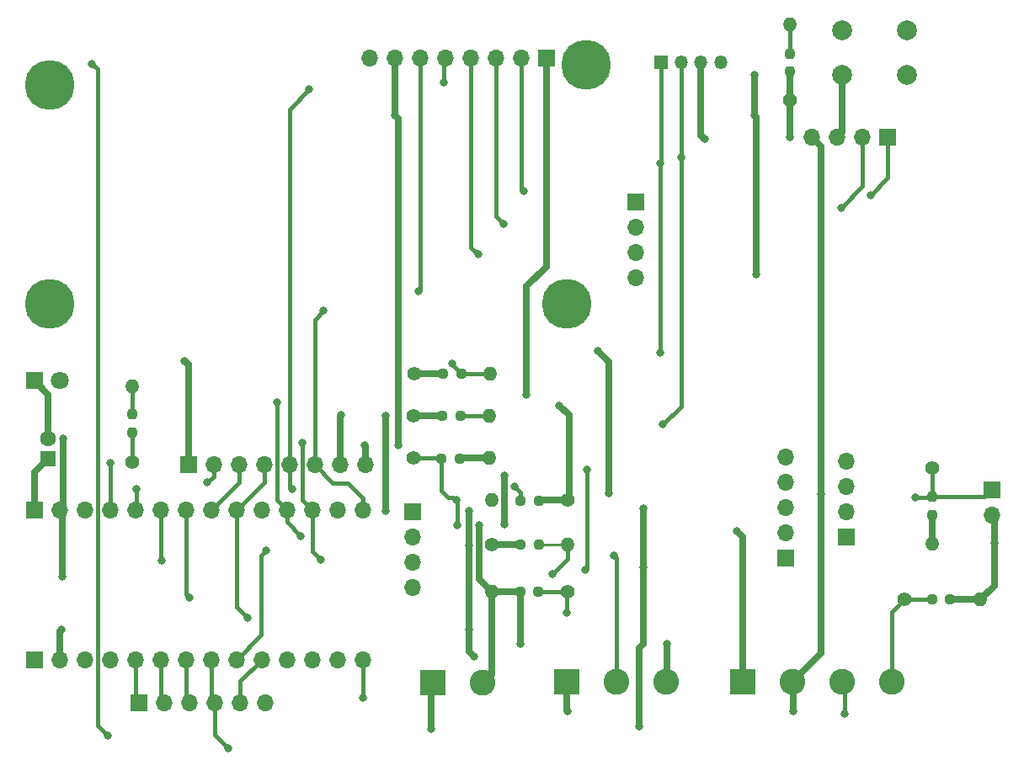
<source format=gbr>
%TF.GenerationSoftware,KiCad,Pcbnew,8.0.6-8.0.6-0~ubuntu24.04.1*%
%TF.CreationDate,2025-03-25T09:16:12-04:00*%
%TF.ProjectId,mesh-depth,6d657368-2d64-4657-9074-682e6b696361,rev?*%
%TF.SameCoordinates,Original*%
%TF.FileFunction,Copper,L1,Top*%
%TF.FilePolarity,Positive*%
%FSLAX46Y46*%
G04 Gerber Fmt 4.6, Leading zero omitted, Abs format (unit mm)*
G04 Created by KiCad (PCBNEW 8.0.6-8.0.6-0~ubuntu24.04.1) date 2025-03-25 09:16:12*
%MOMM*%
%LPD*%
G01*
G04 APERTURE LIST*
G04 Aperture macros list*
%AMRoundRect*
0 Rectangle with rounded corners*
0 $1 Rounding radius*
0 $2 $3 $4 $5 $6 $7 $8 $9 X,Y pos of 4 corners*
0 Add a 4 corners polygon primitive as box body*
4,1,4,$2,$3,$4,$5,$6,$7,$8,$9,$2,$3,0*
0 Add four circle primitives for the rounded corners*
1,1,$1+$1,$2,$3*
1,1,$1+$1,$4,$5*
1,1,$1+$1,$6,$7*
1,1,$1+$1,$8,$9*
0 Add four rect primitives between the rounded corners*
20,1,$1+$1,$2,$3,$4,$5,0*
20,1,$1+$1,$4,$5,$6,$7,0*
20,1,$1+$1,$6,$7,$8,$9,0*
20,1,$1+$1,$8,$9,$2,$3,0*%
G04 Aperture macros list end*
%TA.AperFunction,ComponentPad*%
%ADD10R,2.600000X2.600000*%
%TD*%
%TA.AperFunction,ComponentPad*%
%ADD11C,2.600000*%
%TD*%
%TA.AperFunction,ComponentPad*%
%ADD12O,1.350000X1.350000*%
%TD*%
%TA.AperFunction,ComponentPad*%
%ADD13R,1.350000X1.350000*%
%TD*%
%TA.AperFunction,ComponentPad*%
%ADD14O,1.700000X1.700000*%
%TD*%
%TA.AperFunction,ComponentPad*%
%ADD15R,1.700000X1.700000*%
%TD*%
%TA.AperFunction,ComponentPad*%
%ADD16C,1.400000*%
%TD*%
%TA.AperFunction,ComponentPad*%
%ADD17O,1.400000X1.400000*%
%TD*%
%TA.AperFunction,ComponentPad*%
%ADD18R,1.800000X1.800000*%
%TD*%
%TA.AperFunction,ComponentPad*%
%ADD19C,1.800000*%
%TD*%
%TA.AperFunction,ComponentPad*%
%ADD20C,2.000000*%
%TD*%
%TA.AperFunction,SMDPad,CuDef*%
%ADD21RoundRect,0.237500X0.250000X0.237500X-0.250000X0.237500X-0.250000X-0.237500X0.250000X-0.237500X0*%
%TD*%
%TA.AperFunction,ComponentPad*%
%ADD22R,1.600000X1.600000*%
%TD*%
%TA.AperFunction,ComponentPad*%
%ADD23C,1.600000*%
%TD*%
%TA.AperFunction,SMDPad,CuDef*%
%ADD24RoundRect,0.237500X0.237500X-0.250000X0.237500X0.250000X-0.237500X0.250000X-0.237500X-0.250000X0*%
%TD*%
%TA.AperFunction,SMDPad,CuDef*%
%ADD25RoundRect,0.237500X-0.250000X-0.237500X0.250000X-0.237500X0.250000X0.237500X-0.250000X0.237500X0*%
%TD*%
%TA.AperFunction,SMDPad,CuDef*%
%ADD26RoundRect,0.237500X-0.237500X0.250000X-0.237500X-0.250000X0.237500X-0.250000X0.237500X0.250000X0*%
%TD*%
%TA.AperFunction,ComponentPad*%
%ADD27C,5.000000*%
%TD*%
%TA.AperFunction,ViaPad*%
%ADD28C,0.800000*%
%TD*%
%TA.AperFunction,Conductor*%
%ADD29C,0.700000*%
%TD*%
%TA.AperFunction,Conductor*%
%ADD30C,0.400000*%
%TD*%
%TA.AperFunction,Conductor*%
%ADD31C,0.250000*%
%TD*%
G04 APERTURE END LIST*
D10*
%TO.P,J2,1,Pin_1*%
%TO.N,MESH_BAT*%
X45600000Y-65400000D03*
D11*
%TO.P,J2,2,Pin_2*%
%TO.N,GND*%
X50600000Y-65400000D03*
%TD*%
D12*
%TO.P,U2,1,GND*%
%TO.N,GND*%
X74500000Y-3000000D03*
%TO.P,U2,2,VCC*%
%TO.N,+3V3*%
X72500000Y-3000000D03*
%TO.P,U2,3,SDA*%
%TO.N,SDA*%
X70500000Y-3000000D03*
D13*
%TO.P,U2,4,SCL*%
%TO.N,SCL*%
X68500000Y-3000000D03*
%TD*%
D14*
%TO.P,J10,1,Pin_1*%
%TO.N,+3V3*%
X83690000Y-10500000D03*
%TO.P,J10,2,Pin_2*%
%TO.N,GND*%
X86230000Y-10500000D03*
%TO.P,J10,3,Pin_3*%
%TO.N,SCL*%
X88770000Y-10500000D03*
D15*
%TO.P,J10,4,Pin_4*%
%TO.N,SDA*%
X91310000Y-10500000D03*
%TD*%
%TO.P,U1,1,VDD*%
%TO.N,MESH_BAT*%
X81050000Y-52800000D03*
D14*
%TO.P,U1,2,GND*%
%TO.N,GND*%
X81050000Y-50260000D03*
%TO.P,U1,3,DELAY*%
%TO.N,Net-(J3-Pin_2)*%
X81050000Y-47720000D03*
%TO.P,U1,4,DRIVE*%
%TO.N,V_TIMER*%
X81050000Y-45180000D03*
%TO.P,U1,5,DONE*%
%TO.N,DONE*%
X81050000Y-42640000D03*
%TD*%
D16*
%TO.P,R19,1*%
%TO.N,DONE*%
X59120000Y-56250000D03*
D17*
%TO.P,R19,2*%
%TO.N,GND*%
X51500000Y-56250000D03*
%TD*%
D18*
%TO.P,D1,1,K*%
%TO.N,GND*%
X5500000Y-35000000D03*
D19*
%TO.P,D1,2,A*%
%TO.N,Net-(D1-A)*%
X8040000Y-35000000D03*
%TD*%
D16*
%TO.P,R6,1*%
%TO.N,+3V3*%
X51500000Y-51500000D03*
D17*
%TO.P,R6,2*%
%TO.N,ONEWIRE*%
X59120000Y-51500000D03*
%TD*%
D20*
%TO.P,SW1,1,1*%
%TO.N,BUTTON*%
X86750000Y250000D03*
X93250000Y250000D03*
%TO.P,SW1,2,2*%
%TO.N,GND*%
X86750000Y-4250000D03*
X93250000Y-4250000D03*
%TD*%
D21*
%TO.P,R14,1*%
%TO.N,MESH_BAT*%
X56222500Y-47050000D03*
%TO.P,R14,2*%
%TO.N,BATT_MEASURE*%
X54397500Y-47050000D03*
%TD*%
D10*
%TO.P,J1,1,Pin_1*%
%TO.N,+3V3*%
X59000000Y-65250000D03*
D11*
%TO.P,J1,2,Pin_2*%
%TO.N,ONEWIRE*%
X64000000Y-65250000D03*
%TO.P,J1,3,Pin_3*%
%TO.N,GND*%
X69000000Y-65250000D03*
%TD*%
D22*
%TO.P,C2,1*%
%TO.N,V_TIMER*%
X6900000Y-42800000D03*
D23*
%TO.P,C2,2*%
%TO.N,GND*%
X6900000Y-40800000D03*
%TD*%
D21*
%TO.P,R20,1*%
%TO.N,DONE*%
X56182500Y-56250000D03*
%TO.P,R20,2*%
%TO.N,GND*%
X54357500Y-56250000D03*
%TD*%
D17*
%TO.P,R17,2*%
%TO.N,GND*%
X100620000Y-57000000D03*
D16*
%TO.P,R17,1*%
%TO.N,DEPTH_PULL*%
X93000000Y-57000000D03*
%TD*%
D24*
%TO.P,R3,1*%
%TO.N,+3V3*%
X81500000Y-3912500D03*
%TO.P,R3,2*%
%TO.N,BUTTON*%
X81500000Y-2087500D03*
%TD*%
D16*
%TO.P,R13,1*%
%TO.N,MESH_BAT*%
X59120000Y-47000000D03*
D17*
%TO.P,R13,2*%
%TO.N,BATT_MEASURE*%
X51500000Y-47000000D03*
%TD*%
D25*
%TO.P,R18,2*%
%TO.N,GND*%
X97575000Y-57000000D03*
%TO.P,R18,1*%
%TO.N,DEPTH_PULL*%
X95750000Y-57000000D03*
%TD*%
D15*
%TO.P,J6,1,Pin_1*%
%TO.N,Net-(J3-Pin_2)*%
X101750000Y-45960000D03*
D14*
%TO.P,J6,2,Pin_2*%
%TO.N,GND*%
X101750000Y-48500000D03*
%TD*%
%TO.P,J3,4,Pin_4*%
%TO.N,DONE*%
X87110000Y-43130000D03*
%TO.P,J3,3,Pin_3*%
%TO.N,+3V3*%
X87110000Y-45670000D03*
%TO.P,J3,2,Pin_2*%
%TO.N,Net-(J3-Pin_2)*%
X87110000Y-48210000D03*
D15*
%TO.P,J3,1,Pin_1*%
%TO.N,GND*%
X87110000Y-50750000D03*
%TD*%
%TO.P,J8,1,Pin_1*%
%TO.N,+3V3*%
X43500000Y-48130000D03*
D14*
%TO.P,J8,2,Pin_2*%
%TO.N,SCL*%
X43500000Y-50670000D03*
%TO.P,J8,3,Pin_3*%
%TO.N,SDA*%
X43500000Y-53210000D03*
%TO.P,J8,4,Pin_4*%
%TO.N,GND*%
X43500000Y-55750000D03*
%TD*%
D16*
%TO.P,R7,1*%
%TO.N,LED*%
X15300000Y-43200000D03*
D17*
%TO.P,R7,2*%
%TO.N,Net-(D1-A)*%
X15300000Y-35580000D03*
%TD*%
D26*
%TO.P,R1,1*%
%TO.N,Net-(J3-Pin_2)*%
X95750000Y-46647500D03*
%TO.P,R1,2*%
%TO.N,GND*%
X95750000Y-48472500D03*
%TD*%
D16*
%TO.P,R12,1*%
%TO.N,+3V3*%
X43665000Y-34250000D03*
D17*
%TO.P,R12,2*%
%TO.N,SCL*%
X51285000Y-34250000D03*
%TD*%
D25*
%TO.P,R16,1*%
%TO.N,BATT_MEASURE*%
X46417500Y-42800000D03*
%TO.P,R16,2*%
%TO.N,GND*%
X48242500Y-42800000D03*
%TD*%
D15*
%TO.P,A2,1,RESET*%
%TO.N,unconnected-(A2-RESET-Pad1)*%
X5480000Y-63035000D03*
D14*
%TO.P,A2,2,3V*%
%TO.N,+3V3*%
X8020000Y-63035000D03*
%TO.P,A2,3,EN*%
%TO.N,unconnected-(A2-EN-Pad3)*%
X10560000Y-63035000D03*
%TO.P,A2,4,VHI*%
%TO.N,VHI*%
X13100000Y-63035000D03*
%TO.P,A2,5,A0*%
%TO.N,A0*%
X15640000Y-63035000D03*
%TO.P,A2,6,A1*%
%TO.N,A1*%
X18180000Y-63035000D03*
%TO.P,A2,7,A2*%
%TO.N,A2*%
X20720000Y-63035000D03*
%TO.P,A2,8,A3*%
%TO.N,DEPTH_TX*%
X23260000Y-63035000D03*
%TO.P,A2,9,A4*%
%TO.N,BATT_MEASURE*%
X25800000Y-63035000D03*
%TO.P,A2,10,A5*%
%TO.N,BUTTON*%
X28340000Y-63035000D03*
%TO.P,A2,11,SCK*%
%TO.N,SCK*%
X30880000Y-63035000D03*
%TO.P,A2,12,M0*%
%TO.N,MOSI*%
X33420000Y-63035000D03*
%TO.P,A2,13,MI*%
%TO.N,MISO*%
X35960000Y-63035000D03*
%TO.P,A2,14,D2*%
%TO.N,D2*%
X38500000Y-63035000D03*
%TO.P,A2,15,RX*%
%TO.N,MESH_RX*%
X38530000Y-48000000D03*
%TO.P,A2,16,TX*%
%TO.N,MESH_TX*%
X35990000Y-48000000D03*
%TO.P,A2,17,SDA*%
%TO.N,SDA*%
X33450000Y-48000000D03*
%TO.P,A2,18,SCL*%
%TO.N,SCL*%
X30910000Y-48000000D03*
%TO.P,A2,19,5!*%
%TO.N,unconnected-(A2-5!-Pad19)*%
X28370000Y-48000000D03*
%TO.P,A2,20,7*%
%TO.N,DONE*%
X25830000Y-48000000D03*
%TO.P,A2,21,9*%
%TO.N,D9*%
X23290000Y-48000000D03*
%TO.P,A2,22,10*%
%TO.N,DEPTH_PULL*%
X20750000Y-48000000D03*
%TO.P,A2,23,11*%
%TO.N,ONEWIRE*%
X18210000Y-48000000D03*
%TO.P,A2,24,12*%
%TO.N,D12*%
X15670000Y-48000000D03*
%TO.P,A2,25,13*%
%TO.N,LED*%
X13130000Y-48000000D03*
%TO.P,A2,26,USB*%
%TO.N,unconnected-(A2-USB-Pad26)*%
X10590000Y-48000000D03*
%TO.P,A2,27,GND*%
%TO.N,GND*%
X8050000Y-48000000D03*
D15*
%TO.P,A2,28,BAT*%
%TO.N,V_TIMER*%
X5510000Y-48000000D03*
%TD*%
D16*
%TO.P,R2,1*%
%TO.N,Net-(J3-Pin_2)*%
X95750000Y-43750000D03*
D17*
%TO.P,R2,2*%
%TO.N,GND*%
X95750000Y-51370000D03*
%TD*%
D25*
%TO.P,R5,1*%
%TO.N,+3V3*%
X54397500Y-51500000D03*
%TO.P,R5,2*%
%TO.N,ONEWIRE*%
X56222500Y-51500000D03*
%TD*%
D10*
%TO.P,J7,1,Pin_1*%
%TO.N,GND*%
X76750000Y-65250000D03*
D11*
%TO.P,J7,2,Pin_2*%
%TO.N,+3V3*%
X81750000Y-65250000D03*
%TO.P,J7,3,Pin_3*%
%TO.N,DEPTH_TX*%
X86750000Y-65250000D03*
%TO.P,J7,4,Pin_4*%
%TO.N,DEPTH_PULL*%
X91750000Y-65250000D03*
%TD*%
D16*
%TO.P,R9,1*%
%TO.N,+3V3*%
X43640000Y-38500000D03*
D17*
%TO.P,R9,2*%
%TO.N,SDA*%
X51260000Y-38500000D03*
%TD*%
D25*
%TO.P,R10,1*%
%TO.N,+3V3*%
X46537500Y-38500000D03*
%TO.P,R10,2*%
%TO.N,SDA*%
X48362500Y-38500000D03*
%TD*%
D15*
%TO.P,U3,1,BAT*%
%TO.N,MESH_BAT*%
X57000000Y-2550000D03*
D14*
%TO.P,U3,2,IO2*%
%TO.N,IO2*%
X54460000Y-2550000D03*
%TO.P,U3,3,IO1*%
%TO.N,IO1*%
X51920000Y-2550000D03*
%TO.P,U3,4,AIN1*%
%TO.N,AIN1*%
X49380000Y-2550000D03*
%TO.P,U3,5,RX1*%
%TO.N,MESH_TX*%
X46840000Y-2550000D03*
%TO.P,U3,6,TX1*%
%TO.N,MESH_RX*%
X44300000Y-2550000D03*
%TO.P,U3,7,GND*%
%TO.N,GND*%
X41760000Y-2550000D03*
%TO.P,U3,8,BOOT0*%
%TO.N,unconnected-(U3-BOOT0-Pad8)*%
X39220000Y-2550000D03*
D27*
%TO.P,U3,9*%
%TO.N,N/C*%
X61000000Y-3250000D03*
X7000000Y-5250000D03*
X59000000Y-27250000D03*
X7000000Y-27250000D03*
%TD*%
D15*
%TO.P,J4,1,Pin_1*%
%TO.N,IO2*%
X66000000Y-17000000D03*
D14*
%TO.P,J4,2,Pin_2*%
%TO.N,IO1*%
X66000000Y-19540000D03*
%TO.P,J4,3,Pin_3*%
%TO.N,AIN1*%
X66000000Y-22080000D03*
%TO.P,J4,4,Pin_4*%
%TO.N,GND*%
X66000000Y-24620000D03*
%TD*%
D24*
%TO.P,R8,1*%
%TO.N,LED*%
X15300000Y-40200000D03*
%TO.P,R8,2*%
%TO.N,Net-(D1-A)*%
X15300000Y-38375000D03*
%TD*%
D25*
%TO.P,R11,1*%
%TO.N,+3V3*%
X46597500Y-34250000D03*
%TO.P,R11,2*%
%TO.N,SCL*%
X48422500Y-34250000D03*
%TD*%
D16*
%TO.P,R4,1*%
%TO.N,+3V3*%
X81500000Y-6810000D03*
D17*
%TO.P,R4,2*%
%TO.N,BUTTON*%
X81500000Y810000D03*
%TD*%
D15*
%TO.P,J5,1,Pin_1*%
%TO.N,A0*%
X16000000Y-67400000D03*
D14*
%TO.P,J5,2,Pin_2*%
%TO.N,A1*%
X18540000Y-67400000D03*
%TO.P,J5,3,Pin_3*%
%TO.N,A2*%
X21080000Y-67400000D03*
%TO.P,J5,4,Pin_4*%
%TO.N,DEPTH_TX*%
X23620000Y-67400000D03*
%TO.P,J5,5,Pin_5*%
%TO.N,BUTTON*%
X26160000Y-67400000D03*
%TO.P,J5,6,Pin_6*%
%TO.N,D2*%
X28700000Y-67400000D03*
%TD*%
D15*
%TO.P,J9,1,Pin_1*%
%TO.N,V_TIMER*%
X20970000Y-43465000D03*
D14*
%TO.P,J9,2,Pin_2*%
%TO.N,D12*%
X23510000Y-43465000D03*
%TO.P,J9,3,Pin_3*%
%TO.N,D9*%
X26050000Y-43465000D03*
%TO.P,J9,4,Pin_4*%
%TO.N,DONE*%
X28590000Y-43465000D03*
%TO.P,J9,5,Pin_5*%
%TO.N,MESH_TX*%
X31130000Y-43465000D03*
%TO.P,J9,6,Pin_6*%
%TO.N,MESH_RX*%
X33670000Y-43465000D03*
%TO.P,J9,7,Pin_7*%
%TO.N,+3V3*%
X36210000Y-43465000D03*
%TO.P,J9,8,Pin_8*%
%TO.N,GND*%
X38750000Y-43465000D03*
%TD*%
D16*
%TO.P,R15,1*%
%TO.N,BATT_MEASURE*%
X43630000Y-42750000D03*
D17*
%TO.P,R15,2*%
%TO.N,GND*%
X51250000Y-42750000D03*
%TD*%
D28*
%TO.N,BATT_MEASURE*%
X53800000Y-45600000D03*
%TO.N,SCL*%
X86600000Y-17600000D03*
X68400000Y-13100000D03*
%TO.N,GND*%
X8300000Y-54700000D03*
%TO.N,SDA*%
X89600000Y-16300000D03*
X70500000Y-12500000D03*
%TO.N,SCL*%
X68400000Y-32200000D03*
%TO.N,IO2*%
X54700000Y-15900000D03*
%TO.N,IO1*%
X52700000Y-19200000D03*
%TO.N,AIN1*%
X50100000Y-22300000D03*
%TO.N,ONEWIRE*%
X18300000Y-53100000D03*
%TO.N,BATT_MEASURE*%
X28800000Y-52100000D03*
%TO.N,ONEWIRE*%
X57600000Y-54400000D03*
%TO.N,MESH_TX*%
X31400000Y-45900000D03*
%TO.N,SDA*%
X32400000Y-41200000D03*
%TO.N,SCL*%
X29900000Y-37200000D03*
X47500000Y-33300000D03*
%TO.N,ONEWIRE*%
X63800000Y-52600000D03*
%TO.N,+3V3*%
X49700000Y-62700000D03*
%TO.N,Net-(J3-Pin_2)*%
X94100000Y-46700000D03*
%TO.N,+3V3*%
X84600000Y-46400000D03*
%TO.N,DEPTH_TX*%
X87000000Y-68500000D03*
X25000000Y-72000000D03*
%TO.N,D2*%
X38500000Y-66900000D03*
%TO.N,BUTTON*%
X11300000Y-3100000D03*
X12900000Y-70700000D03*
%TO.N,BATT_MEASURE*%
X48000000Y-49500000D03*
X47900000Y-47000000D03*
%TO.N,MESH_BAT*%
X55000000Y-36400000D03*
X58300000Y-37500000D03*
%TO.N,GND*%
X52800000Y-44500000D03*
X50200000Y-49500000D03*
X52800000Y-49400000D03*
%TO.N,SDA*%
X68700000Y-39400000D03*
%TO.N,MESH_RX*%
X34600000Y-27900000D03*
X44100000Y-26000000D03*
%TO.N,MESH_TX*%
X46700000Y-5000000D03*
X33100000Y-5700000D03*
%TO.N,DEPTH_PULL*%
X21100000Y-56800000D03*
%TO.N,DONE*%
X59000000Y-58300000D03*
X26900000Y-58800000D03*
X60900000Y-54000000D03*
X61100000Y-43900000D03*
%TO.N,V_TIMER*%
X20600000Y-33000000D03*
X62200000Y-32000000D03*
X63300000Y-46300000D03*
%TO.N,SDA*%
X34300000Y-53000000D03*
%TO.N,SCL*%
X32300000Y-50600000D03*
%TO.N,GND*%
X42100000Y-41500000D03*
%TO.N,+3V3*%
X40800000Y-48100000D03*
X40800000Y-38500000D03*
%TO.N,D12*%
X15800000Y-45900000D03*
X22900000Y-45200000D03*
%TO.N,LED*%
X13100000Y-43300000D03*
%TO.N,+3V3*%
X49200000Y-60000000D03*
X8200000Y-60000000D03*
X49200000Y-51600000D03*
X49200000Y-48100000D03*
%TO.N,GND*%
X8400000Y-40800000D03*
X78100000Y-24300000D03*
X77900000Y-8300000D03*
X41760000Y-8300000D03*
X77900000Y-4250000D03*
%TO.N,+3V3*%
X81500000Y-10500000D03*
X72900000Y-10700000D03*
%TO.N,GND*%
X38700000Y-41500000D03*
%TO.N,+3V3*%
X36300000Y-38400000D03*
%TO.N,GND*%
X102000000Y-51300000D03*
%TO.N,+3V3*%
X81800000Y-68200000D03*
X59100000Y-68200000D03*
%TO.N,GND*%
X76100000Y-50100000D03*
X69100000Y-61500000D03*
X54400000Y-61500000D03*
%TO.N,MESH_BAT*%
X66750000Y-53800000D03*
X45400000Y-70000000D03*
X66300000Y-69800000D03*
X66750000Y-47800000D03*
%TD*%
D29*
%TO.N,GND*%
X54357500Y-56250000D02*
X51500000Y-56250000D01*
D30*
%TO.N,BATT_MEASURE*%
X54397500Y-46197500D02*
X53800000Y-45600000D01*
X54397500Y-47050000D02*
X54397500Y-46197500D01*
%TO.N,SCL*%
X68400000Y-13100000D02*
X68500000Y-13000000D01*
X68500000Y-13000000D02*
X68500000Y-3000000D01*
X88770000Y-10500000D02*
X88770000Y-15430000D01*
X88770000Y-15430000D02*
X86600000Y-17600000D01*
X68400000Y-32200000D02*
X68400000Y-13100000D01*
%TO.N,BUTTON*%
X81500000Y810000D02*
X81500000Y-2087500D01*
D29*
%TO.N,GND*%
X8300000Y-54700000D02*
X8300000Y-48250000D01*
X8300000Y-48250000D02*
X8050000Y-48000000D01*
D30*
%TO.N,SDA*%
X91310000Y-14590000D02*
X89600000Y-16300000D01*
X91310000Y-10500000D02*
X91310000Y-14590000D01*
X70500000Y-12500000D02*
X70500000Y-37600000D01*
X70500000Y-3000000D02*
X70500000Y-12500000D01*
%TO.N,IO2*%
X54700000Y-15900000D02*
X54460000Y-15660000D01*
X54460000Y-15660000D02*
X54460000Y-2550000D01*
%TO.N,IO1*%
X51920000Y-18420000D02*
X52700000Y-19200000D01*
X51920000Y-2550000D02*
X51920000Y-18420000D01*
%TO.N,AIN1*%
X49380000Y-21580000D02*
X50100000Y-22300000D01*
X49380000Y-2550000D02*
X49380000Y-21580000D01*
%TO.N,ONEWIRE*%
X18300000Y-53100000D02*
X18210000Y-53010000D01*
X18210000Y-53010000D02*
X18210000Y-48000000D01*
%TO.N,BATT_MEASURE*%
X28300000Y-52600000D02*
X28800000Y-52100000D01*
X28300000Y-56500000D02*
X28300000Y-52600000D01*
%TO.N,ONEWIRE*%
X59120000Y-51500000D02*
X59120000Y-52880000D01*
X59120000Y-52880000D02*
X57600000Y-54400000D01*
%TO.N,MESH_TX*%
X31130000Y-45630000D02*
X31400000Y-45900000D01*
X31130000Y-43465000D02*
X31130000Y-45630000D01*
D29*
%TO.N,+3V3*%
X43640000Y-38500000D02*
X46537500Y-38500000D01*
D30*
%TO.N,SDA*%
X32400000Y-46950000D02*
X32400000Y-41200000D01*
X33450000Y-48000000D02*
X32400000Y-46950000D01*
%TO.N,SCL*%
X29880000Y-37220000D02*
X29900000Y-37200000D01*
X29880000Y-46970000D02*
X29880000Y-37220000D01*
X30910000Y-48000000D02*
X29880000Y-46970000D01*
X47500000Y-33300000D02*
X47500000Y-33327500D01*
X47500000Y-33327500D02*
X48422500Y-34250000D01*
%TO.N,ONEWIRE*%
X63800000Y-52600000D02*
X64000000Y-52800000D01*
X64000000Y-52800000D02*
X64000000Y-65250000D01*
D31*
X56222500Y-51500000D02*
X59120000Y-51500000D01*
D29*
%TO.N,+3V3*%
X49200000Y-62200000D02*
X49700000Y-62700000D01*
X49200000Y-60000000D02*
X49200000Y-62200000D01*
D30*
%TO.N,Net-(J3-Pin_2)*%
X95750000Y-46647500D02*
X101062500Y-46647500D01*
X101062500Y-46647500D02*
X101750000Y-45960000D01*
X95750000Y-46647500D02*
X95750000Y-43750000D01*
X94100000Y-46700000D02*
X95697500Y-46700000D01*
X95697500Y-46700000D02*
X95750000Y-46647500D01*
D29*
%TO.N,+3V3*%
X83690000Y-10500000D02*
X84600000Y-11410000D01*
X84600000Y-11410000D02*
X84600000Y-46400000D01*
D30*
%TO.N,DEPTH_PULL*%
X93000000Y-57000000D02*
X95750000Y-57000000D01*
X91750000Y-65250000D02*
X91750000Y-58250000D01*
X91750000Y-58250000D02*
X93000000Y-57000000D01*
D29*
%TO.N,+3V3*%
X84600000Y-62400000D02*
X81750000Y-65250000D01*
X84600000Y-46400000D02*
X84600000Y-62400000D01*
D30*
%TO.N,DEPTH_TX*%
X23620000Y-67400000D02*
X23620000Y-70620000D01*
X23620000Y-70620000D02*
X25000000Y-72000000D01*
X87000000Y-65500000D02*
X86750000Y-65250000D01*
X87000000Y-68500000D02*
X87000000Y-65500000D01*
%TO.N,D2*%
X38500000Y-66900000D02*
X38500000Y-63035000D01*
%TO.N,DEPTH_TX*%
X23260000Y-63035000D02*
X23260000Y-67040000D01*
X23260000Y-67040000D02*
X23620000Y-67400000D01*
%TO.N,A2*%
X20720000Y-63035000D02*
X20720000Y-67040000D01*
X20720000Y-67040000D02*
X21080000Y-67400000D01*
%TO.N,A1*%
X18180000Y-63035000D02*
X18180000Y-67040000D01*
X18180000Y-67040000D02*
X18540000Y-67400000D01*
%TO.N,A0*%
X15640000Y-63035000D02*
X15640000Y-67040000D01*
X15640000Y-67040000D02*
X16000000Y-67400000D01*
%TO.N,BUTTON*%
X26160000Y-67400000D02*
X26160000Y-65215000D01*
X26160000Y-65215000D02*
X28340000Y-63035000D01*
X11840000Y-3640000D02*
X11840000Y-69640000D01*
X11300000Y-3100000D02*
X11840000Y-3640000D01*
X11840000Y-69640000D02*
X12900000Y-70700000D01*
%TO.N,BATT_MEASURE*%
X47100000Y-46700000D02*
X47600000Y-46700000D01*
X47600000Y-46700000D02*
X47900000Y-47000000D01*
X48000000Y-49500000D02*
X48000000Y-47100000D01*
X25800000Y-63035000D02*
X28300000Y-60535000D01*
X28300000Y-60535000D02*
X28300000Y-56500000D01*
X48000000Y-47100000D02*
X47900000Y-47000000D01*
D29*
%TO.N,MESH_BAT*%
X55000000Y-36400000D02*
X55000000Y-25500000D01*
X57000000Y-2550000D02*
X57000000Y-23500000D01*
X57000000Y-23500000D02*
X55000000Y-25500000D01*
X59250000Y-44750000D02*
X59250000Y-38450000D01*
X59250000Y-38450000D02*
X58300000Y-37500000D01*
%TO.N,GND*%
X52800000Y-44500000D02*
X52800000Y-49400000D01*
X50200000Y-54950000D02*
X51500000Y-56250000D01*
X50200000Y-49500000D02*
X50200000Y-54950000D01*
D30*
%TO.N,BATT_MEASURE*%
X46417500Y-46017500D02*
X47100000Y-46700000D01*
X46417500Y-42800000D02*
X46417500Y-46017500D01*
X43630000Y-42750000D02*
X46367500Y-42750000D01*
X46367500Y-42750000D02*
X46417500Y-42800000D01*
%TO.N,SCL*%
X48422500Y-34250000D02*
X51285000Y-34250000D01*
%TO.N,SDA*%
X51260000Y-38500000D02*
X48362500Y-38500000D01*
X70500000Y-37600000D02*
X68700000Y-39400000D01*
%TO.N,MESH_RX*%
X44300000Y-2550000D02*
X44300000Y-25800000D01*
X44300000Y-25800000D02*
X44100000Y-26000000D01*
X34600000Y-27900000D02*
X33670000Y-28830000D01*
X33670000Y-28830000D02*
X33670000Y-43465000D01*
%TO.N,MESH_TX*%
X31130000Y-43465000D02*
X31130000Y-7670000D01*
X31130000Y-7670000D02*
X33100000Y-5700000D01*
X46700000Y-2690000D02*
X46840000Y-2550000D01*
X46700000Y-5000000D02*
X46700000Y-2690000D01*
%TO.N,DEPTH_PULL*%
X20750000Y-56450000D02*
X20750000Y-48000000D01*
X21100000Y-56800000D02*
X20750000Y-56450000D01*
%TO.N,DONE*%
X25830000Y-48000000D02*
X25830000Y-57730000D01*
X25830000Y-57730000D02*
X26900000Y-58800000D01*
X59000000Y-58300000D02*
X59000000Y-56370000D01*
X59000000Y-56370000D02*
X59120000Y-56250000D01*
X59120000Y-56250000D02*
X56182500Y-56250000D01*
X61100000Y-43900000D02*
X61100000Y-53800000D01*
X61100000Y-53800000D02*
X60900000Y-54000000D01*
D29*
%TO.N,V_TIMER*%
X63300000Y-33100000D02*
X62200000Y-32000000D01*
X63300000Y-46300000D02*
X63300000Y-33100000D01*
X20970000Y-33370000D02*
X20970000Y-43465000D01*
X20600000Y-33000000D02*
X20970000Y-33370000D01*
D30*
%TO.N,SDA*%
X33450000Y-52150000D02*
X34300000Y-53000000D01*
X33450000Y-48000000D02*
X33450000Y-52150000D01*
%TO.N,SCL*%
X30910000Y-49210000D02*
X32300000Y-50600000D01*
X30910000Y-48000000D02*
X30910000Y-49210000D01*
D29*
%TO.N,GND*%
X42100000Y-41500000D02*
X42100000Y-8640000D01*
X42100000Y-8640000D02*
X41760000Y-8300000D01*
%TO.N,+3V3*%
X40800000Y-48100000D02*
X40800000Y-38500000D01*
D30*
%TO.N,MESH_RX*%
X33670000Y-43465000D02*
X35505000Y-45300000D01*
X35505000Y-45300000D02*
X37000000Y-45300000D01*
X37000000Y-45300000D02*
X38530000Y-46830000D01*
X38530000Y-46830000D02*
X38530000Y-48000000D01*
%TO.N,DONE*%
X28590000Y-43465000D02*
X28590000Y-45240000D01*
X28590000Y-45240000D02*
X25830000Y-48000000D01*
%TO.N,D9*%
X26050000Y-43465000D02*
X26050000Y-45240000D01*
X26050000Y-45240000D02*
X23290000Y-48000000D01*
%TO.N,D12*%
X15800000Y-47870000D02*
X15670000Y-48000000D01*
X23510000Y-43465000D02*
X23510000Y-44590000D01*
X23510000Y-44590000D02*
X22900000Y-45200000D01*
X15800000Y-45900000D02*
X15800000Y-47870000D01*
%TO.N,Net-(D1-A)*%
X15300000Y-38375000D02*
X15300000Y-35580000D01*
%TO.N,LED*%
X15300000Y-43200000D02*
X15300000Y-40200000D01*
X13130000Y-43330000D02*
X13100000Y-43300000D01*
X13130000Y-48000000D02*
X13130000Y-43330000D01*
D29*
%TO.N,+3V3*%
X49200000Y-60000000D02*
X49200000Y-51600000D01*
X8020000Y-63035000D02*
X8020000Y-60180000D01*
X8020000Y-60180000D02*
X8200000Y-60000000D01*
X54397500Y-51500000D02*
X51500000Y-51500000D01*
X49200000Y-48100000D02*
X49200000Y-51600000D01*
%TO.N,GND*%
X6900000Y-40800000D02*
X6900000Y-36400000D01*
X6900000Y-36400000D02*
X5500000Y-35000000D01*
X8400000Y-47650000D02*
X8400000Y-40800000D01*
X8050000Y-48000000D02*
X8400000Y-47650000D01*
%TO.N,V_TIMER*%
X5510000Y-48000000D02*
X5510000Y-44190000D01*
X5510000Y-44190000D02*
X6900000Y-42800000D01*
%TO.N,GND*%
X78100000Y-24300000D02*
X78100000Y-8500000D01*
X78100000Y-8500000D02*
X77900000Y-8300000D01*
X77900000Y-4250000D02*
X77900000Y-8300000D01*
X41760000Y-2550000D02*
X41760000Y-8300000D01*
X86750000Y-4250000D02*
X86750000Y-9980000D01*
X86750000Y-9980000D02*
X86230000Y-10500000D01*
%TO.N,+3V3*%
X81500000Y-6810000D02*
X81500000Y-3912500D01*
X81500000Y-6810000D02*
X81500000Y-10500000D01*
X72500000Y-10300000D02*
X72900000Y-10700000D01*
X72500000Y-3000000D02*
X72500000Y-10300000D01*
X43665000Y-34250000D02*
X46597500Y-34250000D01*
%TO.N,GND*%
X51250000Y-42750000D02*
X48292500Y-42750000D01*
X48292500Y-42750000D02*
X48242500Y-42800000D01*
X38750000Y-41550000D02*
X38700000Y-41500000D01*
X38750000Y-43465000D02*
X38750000Y-41550000D01*
%TO.N,+3V3*%
X36210000Y-38490000D02*
X36300000Y-38400000D01*
X36210000Y-43465000D02*
X36210000Y-38490000D01*
%TO.N,GND*%
X100620000Y-57000000D02*
X97575000Y-57000000D01*
X102000000Y-51300000D02*
X102000000Y-55620000D01*
X102000000Y-55620000D02*
X100620000Y-57000000D01*
X102000000Y-51300000D02*
X102000000Y-48750000D01*
X102000000Y-48750000D02*
X101750000Y-48500000D01*
X95750000Y-51370000D02*
X95750000Y-48472500D01*
%TO.N,+3V3*%
X59000000Y-65250000D02*
X59000000Y-68100000D01*
X59000000Y-68100000D02*
X59100000Y-68200000D01*
X81800000Y-68200000D02*
X81800000Y-65300000D01*
X81800000Y-65300000D02*
X81750000Y-65250000D01*
%TO.N,GND*%
X76100000Y-50100000D02*
X76750000Y-50750000D01*
X76750000Y-50750000D02*
X76750000Y-65250000D01*
X54357500Y-56250000D02*
X54357500Y-61457500D01*
X54357500Y-61457500D02*
X54400000Y-61500000D01*
X69100000Y-61500000D02*
X69100000Y-65150000D01*
X69100000Y-65150000D02*
X69000000Y-65250000D01*
X51500000Y-56250000D02*
X51500000Y-64500000D01*
X51500000Y-64500000D02*
X50600000Y-65400000D01*
%TO.N,MESH_BAT*%
X66750000Y-47800000D02*
X66750000Y-61450000D01*
X66750000Y-61450000D02*
X66300000Y-61900000D01*
X66300000Y-61900000D02*
X66300000Y-69800000D01*
X45400000Y-70000000D02*
X45400000Y-65600000D01*
X45400000Y-65600000D02*
X45600000Y-65400000D01*
X59120000Y-47000000D02*
X56272500Y-47000000D01*
X56272500Y-47000000D02*
X56222500Y-47050000D01*
X59250000Y-44750000D02*
X59250000Y-46870000D01*
X59250000Y-46870000D02*
X59120000Y-47000000D01*
%TD*%
M02*

</source>
